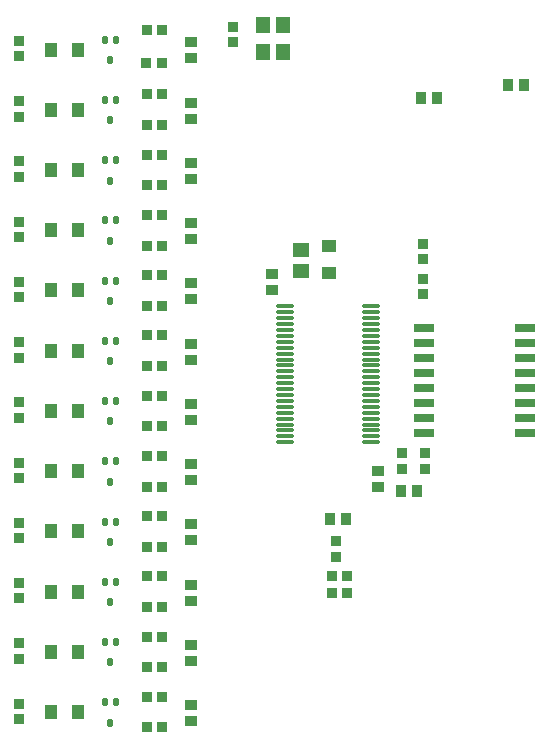
<source format=gtp>
G04*
G04 #@! TF.GenerationSoftware,Altium Limited,Altium Designer,20.0.11 (256)*
G04*
G04 Layer_Color=8421504*
%FSLAX25Y25*%
%MOIN*%
G70*
G01*
G75*
G04:AMPARAMS|DCode=17|XSize=19.68mil|YSize=29.53mil|CornerRadius=4.92mil|HoleSize=0mil|Usage=FLASHONLY|Rotation=0.000|XOffset=0mil|YOffset=0mil|HoleType=Round|Shape=RoundedRectangle|*
%AMROUNDEDRECTD17*
21,1,0.01968,0.01968,0,0,0.0*
21,1,0.00984,0.02953,0,0,0.0*
1,1,0.00984,0.00492,-0.00984*
1,1,0.00984,-0.00492,-0.00984*
1,1,0.00984,-0.00492,0.00984*
1,1,0.00984,0.00492,0.00984*
%
%ADD17ROUNDEDRECTD17*%
%ADD18R,0.03347X0.03740*%
%ADD19R,0.03740X0.03347*%
%ADD20R,0.04528X0.05315*%
%ADD21R,0.03543X0.03937*%
%ADD22R,0.03937X0.03543*%
%ADD23R,0.05315X0.04528*%
%ADD24R,0.06575X0.02992*%
%ADD25R,0.05118X0.04331*%
%ADD26O,0.06299X0.01339*%
%ADD27R,0.04331X0.05118*%
D17*
X79868Y40709D02*
D03*
X75931D02*
D03*
X77900Y33898D02*
D03*
X79868Y60787D02*
D03*
X75931D02*
D03*
X77900Y53976D02*
D03*
X79868Y80866D02*
D03*
X75931D02*
D03*
X77900Y74055D02*
D03*
X79868Y100945D02*
D03*
X75931D02*
D03*
X77900Y94134D02*
D03*
X79868Y121024D02*
D03*
X75931D02*
D03*
X77900Y114213D02*
D03*
Y134291D02*
D03*
X75931Y141102D02*
D03*
X79868D02*
D03*
Y161181D02*
D03*
X75931D02*
D03*
X77900Y154370D02*
D03*
X79868Y181260D02*
D03*
X75931D02*
D03*
X77900Y174449D02*
D03*
X79868Y201339D02*
D03*
X75931D02*
D03*
X77900Y194528D02*
D03*
X79868Y241496D02*
D03*
X75931D02*
D03*
X77900Y234685D02*
D03*
X79868Y221417D02*
D03*
X75931D02*
D03*
X77900Y214606D02*
D03*
X79868Y20630D02*
D03*
X75931D02*
D03*
X77900Y13819D02*
D03*
D18*
X94980Y233563D02*
D03*
X89862D02*
D03*
X156726Y56927D02*
D03*
X151608D02*
D03*
X156726Y62795D02*
D03*
X151608D02*
D03*
X89961Y244644D02*
D03*
X95079D02*
D03*
X89961Y223228D02*
D03*
X95079D02*
D03*
X89961Y212992D02*
D03*
X95079D02*
D03*
X89961Y203150D02*
D03*
X95079D02*
D03*
X89961Y192913D02*
D03*
X95079D02*
D03*
X89961Y183071D02*
D03*
X95079D02*
D03*
X89961Y172835D02*
D03*
X95079D02*
D03*
X89961Y162992D02*
D03*
X95079D02*
D03*
X89961Y152756D02*
D03*
X95079D02*
D03*
X89961Y142913D02*
D03*
X95079D02*
D03*
X89961Y132677D02*
D03*
X95079D02*
D03*
X89961Y112598D02*
D03*
X95079D02*
D03*
X89961Y122835D02*
D03*
X95079D02*
D03*
X89961Y102756D02*
D03*
X95079D02*
D03*
X89961Y92520D02*
D03*
X95079D02*
D03*
X89961Y82677D02*
D03*
X95079D02*
D03*
X89961Y72441D02*
D03*
X95079D02*
D03*
X89961Y62598D02*
D03*
X95079D02*
D03*
X89961Y52362D02*
D03*
X95079D02*
D03*
X89961Y42520D02*
D03*
X95079D02*
D03*
X89961Y32283D02*
D03*
X95079D02*
D03*
X89961Y22441D02*
D03*
X95079D02*
D03*
X89961Y12205D02*
D03*
X95079D02*
D03*
D19*
X118747Y240748D02*
D03*
Y245866D02*
D03*
X153130Y74311D02*
D03*
Y69193D02*
D03*
X182579Y103543D02*
D03*
Y98425D02*
D03*
X174902Y103543D02*
D03*
Y98425D02*
D03*
X182185Y168209D02*
D03*
Y173327D02*
D03*
Y161811D02*
D03*
Y156693D02*
D03*
X47289Y20177D02*
D03*
Y15059D02*
D03*
Y40256D02*
D03*
Y35138D02*
D03*
Y60335D02*
D03*
Y55217D02*
D03*
Y80413D02*
D03*
Y75295D02*
D03*
Y100492D02*
D03*
Y95374D02*
D03*
Y120571D02*
D03*
Y115453D02*
D03*
Y140650D02*
D03*
Y135532D02*
D03*
Y160728D02*
D03*
Y155610D02*
D03*
Y180807D02*
D03*
Y175689D02*
D03*
Y200886D02*
D03*
Y195768D02*
D03*
Y220965D02*
D03*
Y215846D02*
D03*
Y241043D02*
D03*
Y235925D02*
D03*
D20*
X128642Y246260D02*
D03*
X135531D02*
D03*
X128642Y237500D02*
D03*
X135531D02*
D03*
D21*
X156313Y81595D02*
D03*
X150998D02*
D03*
X180185Y90945D02*
D03*
X174870D02*
D03*
X215846Y226378D02*
D03*
X210531D02*
D03*
X181406Y221959D02*
D03*
X186721D02*
D03*
D22*
X167045Y97835D02*
D03*
Y92520D02*
D03*
X131791Y163484D02*
D03*
Y158169D02*
D03*
X104770Y14370D02*
D03*
Y19685D02*
D03*
Y34449D02*
D03*
Y39764D02*
D03*
Y54528D02*
D03*
Y59843D02*
D03*
Y74606D02*
D03*
Y79921D02*
D03*
Y94685D02*
D03*
Y100000D02*
D03*
Y114764D02*
D03*
Y120079D02*
D03*
Y134843D02*
D03*
Y140157D02*
D03*
Y154921D02*
D03*
Y160236D02*
D03*
Y175000D02*
D03*
Y180315D02*
D03*
Y195079D02*
D03*
Y200394D02*
D03*
Y215157D02*
D03*
Y220472D02*
D03*
Y235236D02*
D03*
Y240551D02*
D03*
D23*
X141535Y171260D02*
D03*
Y164370D02*
D03*
D24*
X182520Y120453D02*
D03*
Y145453D02*
D03*
X216102D02*
D03*
X182520Y110453D02*
D03*
Y115453D02*
D03*
Y125453D02*
D03*
Y130453D02*
D03*
Y135453D02*
D03*
Y140453D02*
D03*
X216102D02*
D03*
Y135453D02*
D03*
Y130453D02*
D03*
Y125453D02*
D03*
Y120453D02*
D03*
Y115453D02*
D03*
Y110453D02*
D03*
D25*
X150787Y172835D02*
D03*
Y163779D02*
D03*
D26*
X164764Y140748D02*
D03*
X136024Y152559D02*
D03*
Y150591D02*
D03*
Y148622D02*
D03*
Y146654D02*
D03*
Y144685D02*
D03*
Y142717D02*
D03*
Y140748D02*
D03*
Y138780D02*
D03*
Y136811D02*
D03*
Y134843D02*
D03*
Y132874D02*
D03*
Y130906D02*
D03*
Y128937D02*
D03*
Y126969D02*
D03*
Y125000D02*
D03*
Y123032D02*
D03*
Y121063D02*
D03*
Y119094D02*
D03*
Y117126D02*
D03*
Y115157D02*
D03*
Y113189D02*
D03*
Y111220D02*
D03*
Y109252D02*
D03*
Y107283D02*
D03*
X164764Y152559D02*
D03*
Y150591D02*
D03*
Y148622D02*
D03*
Y146654D02*
D03*
Y144685D02*
D03*
Y142717D02*
D03*
Y138780D02*
D03*
Y136811D02*
D03*
Y134843D02*
D03*
Y132874D02*
D03*
Y130906D02*
D03*
Y128937D02*
D03*
Y126969D02*
D03*
Y125000D02*
D03*
Y123032D02*
D03*
Y121063D02*
D03*
Y119094D02*
D03*
Y117126D02*
D03*
Y115157D02*
D03*
Y113189D02*
D03*
Y111220D02*
D03*
Y109252D02*
D03*
Y107283D02*
D03*
D27*
X58116Y238189D02*
D03*
X67171D02*
D03*
X58116Y218110D02*
D03*
X67171D02*
D03*
X58116Y198032D02*
D03*
X67171D02*
D03*
X58116Y177953D02*
D03*
X67171D02*
D03*
X58116Y157874D02*
D03*
X67171D02*
D03*
X58116Y137795D02*
D03*
X67171D02*
D03*
X58116Y117717D02*
D03*
X67171D02*
D03*
X58116Y97638D02*
D03*
X67171D02*
D03*
X58116Y77559D02*
D03*
X67171D02*
D03*
X58116Y57480D02*
D03*
X67171D02*
D03*
X58116Y37402D02*
D03*
X67171D02*
D03*
X58116Y17323D02*
D03*
X67171D02*
D03*
M02*

</source>
